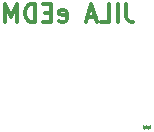
<source format=gbo>
G04 (created by PCBNEW (2013-07-07 BZR 4022)-stable) date 8/6/2015 3:57:57 PM*
%MOIN*%
G04 Gerber Fmt 3.4, Leading zero omitted, Abs format*
%FSLAX34Y34*%
G01*
G70*
G90*
G04 APERTURE LIST*
%ADD10C,0.00590551*%
%ADD11C,0.0019685*%
%ADD12C,0.011811*%
G04 APERTURE END LIST*
G54D10*
G54D11*
X81457Y-59609D02*
X81457Y-59531D01*
X81457Y-59561D02*
X81450Y-59557D01*
X81435Y-59557D01*
X81427Y-59561D01*
X81424Y-59564D01*
X81420Y-59572D01*
X81420Y-59594D01*
X81424Y-59602D01*
X81427Y-59606D01*
X81435Y-59609D01*
X81450Y-59609D01*
X81457Y-59606D01*
X81394Y-59557D02*
X81375Y-59609D01*
X81356Y-59557D02*
X81375Y-59609D01*
X81382Y-59628D01*
X81386Y-59632D01*
X81394Y-59636D01*
X81326Y-59609D02*
X81326Y-59557D01*
X81326Y-59531D02*
X81330Y-59534D01*
X81326Y-59538D01*
X81323Y-59534D01*
X81326Y-59531D01*
X81326Y-59538D01*
X81255Y-59557D02*
X81255Y-59636D01*
X81255Y-59606D02*
X81263Y-59609D01*
X81278Y-59609D01*
X81285Y-59606D01*
X81289Y-59602D01*
X81293Y-59594D01*
X81293Y-59572D01*
X81289Y-59564D01*
X81285Y-59561D01*
X81278Y-59557D01*
X81263Y-59557D01*
X81255Y-59561D01*
X81218Y-59609D02*
X81218Y-59557D01*
X81218Y-59531D02*
X81221Y-59534D01*
X81218Y-59538D01*
X81214Y-59534D01*
X81218Y-59531D01*
X81218Y-59538D01*
G54D12*
X80666Y-55493D02*
X80666Y-55915D01*
X80694Y-55999D01*
X80750Y-56055D01*
X80835Y-56084D01*
X80891Y-56084D01*
X80385Y-56084D02*
X80385Y-55493D01*
X79822Y-56084D02*
X80104Y-56084D01*
X80104Y-55493D01*
X79654Y-55915D02*
X79372Y-55915D01*
X79710Y-56084D02*
X79513Y-55493D01*
X79316Y-56084D01*
X78444Y-56055D02*
X78501Y-56084D01*
X78613Y-56084D01*
X78669Y-56055D01*
X78697Y-55999D01*
X78697Y-55774D01*
X78669Y-55718D01*
X78613Y-55690D01*
X78501Y-55690D01*
X78444Y-55718D01*
X78416Y-55774D01*
X78416Y-55830D01*
X78697Y-55887D01*
X78163Y-55774D02*
X77966Y-55774D01*
X77882Y-56084D02*
X78163Y-56084D01*
X78163Y-55493D01*
X77882Y-55493D01*
X77629Y-56084D02*
X77629Y-55493D01*
X77488Y-55493D01*
X77404Y-55521D01*
X77348Y-55577D01*
X77320Y-55634D01*
X77291Y-55746D01*
X77291Y-55830D01*
X77320Y-55943D01*
X77348Y-55999D01*
X77404Y-56055D01*
X77488Y-56084D01*
X77629Y-56084D01*
X77038Y-56084D02*
X77038Y-55493D01*
X76841Y-55915D01*
X76645Y-55493D01*
X76645Y-56084D01*
M02*

</source>
